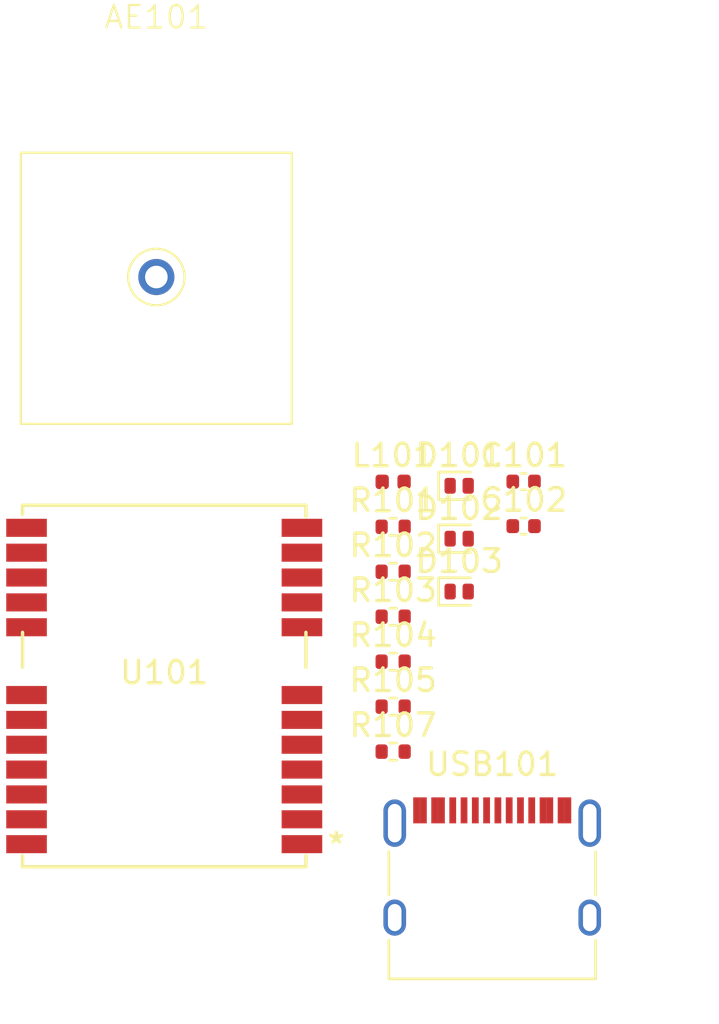
<source format=kicad_pcb>
(kicad_pcb (version 20240108) (generator "pcbnew") (generator_version "8.0")
  (layers (0 "F.Cu" signal) (31 "B.Cu" signal) (34 "B.Paste" user) (35 "F.Paste" user) (36 "B.SilkS" user "B.Silkscreen") (37 "F.SilkS" user "F.Silkscreen") (38 "B.Mask" user) (39 "F.Mask" user) (44 "Edge.Cuts" user))
  (net 0 "")
  (net 1 "GND")
  (net 2 "Net-(C101-Pad1)")
  (net 3 "3V3")
  (net 4 "Net-(D101-A2)")
  (net 5 "/USB_D+")
  (net 6 "/USB_D-")
  (net 7 "GPS_ANT1")
  (net 8 "Net-(USB101-CC1)")
  (net 9 "Net-(USB101-CC2)")
  (net 10 "Net-(U101-RXD_{slash}_SPI_MOSI)")
  (net 11 "GPSANT1")
  (net 12 "Net-(U101-TXD_{slash}_SPI_MISO)")
  (net 13 "/RX")
  (net 14 "VCC_RF")
  (net 26 "/TX")
  (net 27 "/+BATT")
  (net 28 "/TIMEPULSE")
  (net 29 "/RESET")
  (net 30 "VCCRF")
  (footprint "Resistor_SMD:R_0402_1005Metric" (layer "F.Cu") (at 157.89 67.155)
    (property "Reference" "R101" (at 0 -1.17 0) (layer "F.SilkS"))
    (property "Value" "5.1k")
    (fp_line (start -0.153641 -0.38) (end 0.153641 -0.38) (stroke (width 0.12)) (layer "F.SilkS"))
    (fp_line (start -0.153641 0.38) (end 0.153641 0.38) (stroke (width 0.12)) (layer "F.SilkS"))
    (pad "1" smd roundrect (at -0.51 0) (size 0.54 0.64) (layers "F.Cu" "F.Paste" "F.Mask") (net 8 "Net-(USB101-CC1)"))
    (pad "2" smd roundrect (at 0.51 0) (size 0.54 0.64) (layers "F.Cu" "F.Paste" "F.Mask") (net 1 "GND"))
  )
  (footprint "Resistor_SMD:R_0402_1005Metric" (layer "F.Cu") (at 157.89 73.125)
    (property "Reference" "R104" (at 0 -1.17 0) (layer "F.SilkS"))
    (property "Value" "33")
    (fp_line (start -0.153641 -0.38) (end 0.153641 -0.38) (stroke (width 0.12)) (layer "F.SilkS"))
    (fp_line (start -0.153641 0.38) (end 0.153641 0.38) (stroke (width 0.12)) (layer "F.SilkS"))
    (pad "1" smd roundrect (at -0.51 0) (size 0.54 0.64) (layers "F.Cu" "F.Paste" "F.Mask") (net 26 "/TX"))
    (pad "2" smd roundrect (at 0.51 0) (size 0.54 0.64) (layers "F.Cu" "F.Paste" "F.Mask") (net 12 "Net-(U101-TXD_{slash}_SPI_MISO)"))
  )
  (footprint "Resistor_SMD:R_0402_1005Metric" (layer "F.Cu") (at 157.89 71.135)
    (property "Reference" "R103" (at 0 -1.17 0) (layer "F.SilkS"))
    (property "Value" "33")
    (fp_line (start -0.153641 -0.38) (end 0.153641 -0.38) (stroke (width 0.12)) (layer "F.SilkS"))
    (fp_line (start -0.153641 0.38) (end 0.153641 0.38) (stroke (width 0.12)) (layer "F.SilkS"))
    (pad "1" smd roundrect (at -0.51 0) (size 0.54 0.64) (layers "F.Cu" "F.Paste" "F.Mask") (net 13 "/RX"))
    (pad "2" smd roundrect (at 0.51 0) (size 0.54 0.64) (layers "F.Cu" "F.Paste" "F.Mask") (net 10 "Net-(U101-RXD_{slash}_SPI_MOSI)"))
  )
  (footprint "Diode_SMD:D_SOD-882D" (layer "F.Cu") (at 160.815 67.68)
    (property "Reference" "D102" (at 0 -1.35 0) (layer "F.SilkS"))
    (property "Value" "5V")
    (fp_line (start -0.91 -0.61) (end -0.91 0.61) (stroke (width 0.12)) (layer "F.SilkS"))
    (fp_line (start -0.91 -0.61) (end 0.5 -0.61) (stroke (width 0.12)) (layer "F.SilkS"))
    (fp_line (start -0.91 0.61) (end 0.5 0.61) (stroke (width 0.12)) (layer "F.SilkS"))
    (pad "1" smd roundrect (at -0.4 0) (size 0.5 0.7) (layers "F.Cu" "F.Mask") (net 1 "GND"))
    (pad "2" smd roundrect (at 0.4 0) (size 0.5 0.7) (layers "F.Cu" "F.Mask") (net 5 "/USB_D+"))
  )
  (footprint "Resistor_SMD:R_0402_1005Metric" (layer "F.Cu") (at 157.89 69.145)
    (property "Reference" "R102" (at 0 -1.17 0) (layer "F.SilkS"))
    (property "Value" "5.1k")
    (fp_line (start -0.153641 -0.38) (end 0.153641 -0.38) (stroke (width 0.12)) (layer "F.SilkS"))
    (fp_line (start -0.153641 0.38) (end 0.153641 0.38) (stroke (width 0.12)) (layer "F.SilkS"))
    (pad "1" smd roundrect (at -0.51 0) (size 0.54 0.64) (layers "F.Cu" "F.Paste" "F.Mask") (net 9 "Net-(USB101-CC2)"))
    (pad "2" smd roundrect (at 0.51 0) (size 0.54 0.64) (layers "F.Cu" "F.Paste" "F.Mask") (net 1 "GND"))
  )
  (footprint "Resistor_SMD:R_0402_1005Metric" (layer "F.Cu") (at 157.89 77.105)
    (property "Reference" "R107" (at 0 -1.17 0) (layer "F.SilkS"))
    (property "Value" "10")
    (fp_line (start -0.153641 -0.38) (end 0.153641 -0.38) (stroke (width 0.12)) (layer "F.SilkS"))
    (fp_line (start -0.153641 0.38) (end 0.153641 0.38) (stroke (width 0.12)) (layer "F.SilkS"))
    (pad "1" smd roundrect (at -0.51 0) (size 0.54 0.64) (layers "F.Cu" "F.Paste" "F.Mask") (net 14 "VCC_RF"))
    (pad "2" smd roundrect (at 0.51 0) (size 0.54 0.64) (layers "F.Cu" "F.Paste" "F.Mask") (net 2 "Net-(C101-Pad1)"))
  )
  (footprint "Capacitor_SMD:C_0402_1005Metric" (layer "F.Cu") (at 163.67 67.125)
    (property "Reference" "C102" (at 0 -1.16 0) (layer "F.SilkS"))
    (property "Value" "100nF")
    (fp_line (start -0.107836 -0.36) (end 0.107836 -0.36) (stroke (width 0.12)) (layer "F.SilkS"))
    (fp_line (start -0.107836 0.36) (end 0.107836 0.36) (stroke (width 0.12)) (layer "F.SilkS"))
    (pad "1" smd roundrect (at -0.48 0) (size 0.56 0.62) (layers "F.Cu" "F.Paste" "F.Mask") (net 1 "GND"))
    (pad "2" smd roundrect (at 0.48 0) (size 0.56 0.62) (layers "F.Cu" "F.Paste" "F.Mask") (net 3 "3V3"))
  )
  (footprint "Capacitor_SMD:C_0402_1005Metric" (layer "F.Cu") (at 163.67 65.155)
    (property "Reference" "C101" (at 0 -1.16 0) (layer "F.SilkS"))
    (property "Value" "100nF")
    (fp_line (start -0.107836 -0.36) (end 0.107836 -0.36) (stroke (width 0.12)) (layer "F.SilkS"))
    (fp_line (start -0.107836 0.36) (end 0.107836 0.36) (stroke (width 0.12)) (layer "F.SilkS"))
    (pad "1" smd roundrect (at -0.48 0) (size 0.56 0.62) (layers "F.Cu" "F.Paste" "F.Mask") (net 2 "Net-(C101-Pad1)"))
    (pad "2" smd roundrect (at 0.48 0) (size 0.56 0.62) (layers "F.Cu" "F.Paste" "F.Mask") (net 1 "GND"))
  )
  (footprint "Inductor_SMD:L_0402_1005Metric" (layer "F.Cu") (at 157.89 65.165)
    (property "Reference" "L101" (at 0 -1.17 0) (layer "F.SilkS"))
    (property "Value" "27nH, 300mA")
    (pad "1" smd roundrect (at -0.485 0) (size 0.59 0.64) (layers "F.Cu" "F.Paste" "F.Mask") (net 7 "GPS_ANT1"))
    (pad "2" smd roundrect (at 0.485 0) (size 0.59 0.64) (layers "F.Cu" "F.Paste" "F.Mask") (net 2 "Net-(C101-Pad1)"))
  )
  (footprint "Diode_SMD:D_SOD-882D" (layer "F.Cu") (at 160.815 65.34)
    (property "Reference" "D101" (at 0 -1.35 0) (layer "F.SilkS"))
    (property "Value" "5V")
    (fp_line (start -0.91 -0.61) (end -0.91 0.61) (stroke (width 0.12)) (layer "F.SilkS"))
    (fp_line (start -0.91 -0.61) (end 0.5 -0.61) (stroke (width 0.12)) (layer "F.SilkS"))
    (fp_line (start -0.91 0.61) (end 0.5 0.61) (stroke (width 0.12)) (layer "F.SilkS"))
    (pad "1" smd roundrect (at -0.4 0) (size 0.5 0.7) (layers "F.Cu" "F.Mask") (net 1 "GND"))
    (pad "2" smd roundrect (at 0.4 0) (size 0.5 0.7) (layers "F.Cu" "F.Mask") (net 4 "Net-(D101-A2)"))
  )
  (footprint "Connector_USB:USB_C_Receptacle_XKB_U262-16XN-4BVC11" (layer "F.Cu") (at 162.28 83.375)
    (property "Reference" "USB101" (at 0 -5.715 0) (layer "F.SilkS"))
    (property "Value" "USB_C_Receptacle_USB2.0")
    (fp_line (start -4.58 -1.85) (end -4.58 0.07) (stroke (width 0.12)) (layer "F.SilkS"))
    (fp_line (start -4.58 3.785) (end -4.58 2.08) (stroke (width 0.12)) (layer "F.SilkS"))
    (fp_line (start 4.58 0.07) (end 4.58 -1.85) (stroke (width 0.12)) (layer "F.SilkS"))
    (fp_line (start 4.58 2.08) (end 4.58 3.785) (stroke (width 0.12)) (layer "F.SilkS"))
    (fp_line (start 4.58 3.785) (end -4.58 3.785) (stroke (width 0.12)) (layer "F.SilkS"))
    (pad "" np_thru_hole circle (at -2.89 -2.605) (size 0.65 0.65) (drill 0.65) (layers "*.Cu" "*.Mask"))
    (pad "" np_thru_hole circle (at 2.89 -2.605) (size 0.65 0.65) (drill 0.65) (layers "*.Cu" "*.Mask"))
    (pad "A1" smd rect (at -3.35 -3.67) (size 0.3 1.15) (layers "F.Cu" "F.Paste" "F.Mask") (net 1 "GND"))
    (pad "A4" smd rect (at -2.55 -3.67) (size 0.3 1.15) (layers "F.Cu" "F.Paste" "F.Mask") (net 4 "Net-(D101-A2)"))
    (pad "A5" smd rect (at -1.25 -3.67) (size 0.3 1.15) (layers "F.Cu" "F.Paste" "F.Mask") (net 8 "Net-(USB101-CC1)"))
    (pad "A6" smd rect (at -0.25 -3.67) (size 0.3 1.15) (layers "F.Cu" "F.Paste" "F.Mask") (net 5 "/USB_D+"))
    (pad "A7" smd rect (at 0.25 -3.67) (size 0.3 1.15) (layers "F.Cu" "F.Paste" "F.Mask") (net 6 "/USB_D-"))
    (pad "A8" smd rect (at 1.25 -3.67) (size 0.3 1.15) (layers "F.Cu" "F.Paste" "F.Mask"))
    (pad "A9" smd rect (at 2.55 -3.67) (size 0.3 1.15) (layers "F.Cu" "F.Paste" "F.Mask") (net 4 "Net-(D101-A2)"))
    (pad "A12" smd rect (at 3.35 -3.67) (size 0.3 1.15) (layers "F.Cu" "F.Paste" "F.Mask") (net 1 "GND"))
    (pad "B1" smd rect (at 3.05 -3.67) (size 0.3 1.15) (layers "F.Cu" "F.Paste" "F.Mask") (net 1 "GND"))
    (pad "B4" smd rect (at 2.25 -3.67) (size 0.3 1.15) (layers "F.Cu" "F.Paste" "F.Mask") (net 4 "Net-(D101-A2)"))
    (pad "B5" smd rect (at 1.75 -3.67) (size 0.3 1.15) (layers "F.Cu" "F.Paste" "F.Mask") (net 9 "Net-(USB101-CC2)"))
    (pad "B6" smd rect (at 0.75 -3.67) (size 0.3 1.15) (layers "F.Cu" "F.Paste" "F.Mask") (net 5 "/USB_D+"))
    (pad "B7" smd rect (at -0.75 -3.67) (size 0.3 1.15) (layers "F.Cu" "F.Paste" "F.Mask") (net 6 "/USB_D-"))
    (pad "B8" smd rect (at -1.75 -3.67) (size 0.3 1.15) (layers "F.Cu" "F.Paste" "F.Mask"))
    (pad "B9" smd rect (at -2.25 -3.67) (size 0.3 1.15) (layers "F.Cu" "F.Paste" "F.Mask") (net 4 "Net-(D101-A2)"))
    (pad "B12" smd rect (at -3.05 -3.67) (size 0.3 1.15) (layers "F.Cu" "F.Paste" "F.Mask") (net 1 "GND"))
    (pad "S1" thru_hole oval (at -4.32 -3.105) (size 1 2.1) (drill oval 0.6 1.7) (layers "*.Cu" "*.Mask") (net 1 "GND"))
    (pad "S1" thru_hole oval (at -4.32 1.075) (size 1 1.6) (drill oval 0.6 1.2) (layers "*.Cu" "*.Mask") (net 1 "GND"))
    (pad "S1" thru_hole oval (at 4.32 -3.105) (size 1 2.1) (drill oval 0.6 1.7) (layers "*.Cu" "*.Mask") (net 1 "GND"))
    (pad "S1" thru_hole oval (at 4.32 1.075) (size 1 1.6) (drill oval 0.6 1.2) (layers "*.Cu" "*.Mask") (net 1 "GND"))
  )
  (footprint "WOBCLibrary:ATGM332D-5N31" (layer "F.Cu") (at 147.75 73.6)
    (property "Reference" "U101" (at 0 0 0) (layer "F.SilkS"))
    (property "Value" "NEO-M9N-00B")
    (fp_line (start -6.277001 -6.99364) (end -6.277001 -7.4) (stroke (width 0.1524)) (layer "F.SilkS"))
    (fp_line (start -6.277001 -1.77356) (end -6.277001 -0.226438) (stroke (width 0.1524)) (layer "F.SilkS"))
    (fp_line (start -6.277001 8.1) (end -6.277001 8.60636) (stroke (width 0.1524)) (layer "F.SilkS"))
    (fp_line (start -6.277001 8.6) (end 6.277001 8.6) (stroke (width 0.1524)) (layer "F.SilkS"))
    (fp_line (start 6.277001 -7.4) (end -6.277001 -7.4) (stroke (width 0.1524)) (layer "F.SilkS"))
    (fp_line (start 6.277001 -6.89682) (end 6.277001 -7.4) (stroke (width 0.1524)) (layer "F.SilkS"))
    (fp_line (start 6.277001 -0.226441) (end 6.277001 -1.77356) (stroke (width 0.1524)) (layer "F.SilkS"))
    (fp_line (start 6.277001 8.60318) (end 6.277001 8.1) (stroke (width 0.1524)) (layer "F.SilkS"))
    (fp_text user "*" (at 7.62 7.62 0) (layer "F.SilkS"))
    (fp_text user "*" (at 7.62 7.62 0) (layer "F.SilkS"))
    (pad "1" smd rect (at 6.1 7.6) (size 1.8 0.8) (layers "F.Cu" "F.Paste" "F.Mask"))
    (pad "2" smd rect (at 6.1 6.5) (size 1.8 0.8) (layers "F.Cu" "F.Paste" "F.Mask"))
    (pad "3" smd rect (at 6.1 5.4) (size 1.8 0.8) (layers "F.Cu" "F.Paste" "F.Mask") (net 28 "/TIMEPULSE"))
    (pad "4" smd rect (at 6.1 4.3) (size 1.8 0.8) (layers "F.Cu" "F.Paste" "F.Mask"))
    (pad "5" smd rect (at 6.1 3.2) (size 1.8 0.8) (layers "F.Cu" "F.Paste" "F.Mask") (net 6 "/USB_D-"))
    (pad "6" smd rect (at 6.1 2.1) (size 1.8 0.8) (layers "F.Cu" "F.Paste" "F.Mask") (net 5 "/USB_D+"))
    (pad "7" smd rect (at 6.1 1) (size 1.8 0.8) (layers "F.Cu" "F.Paste" "F.Mask") (net 3 "3V3"))
    (pad "8" smd rect (at 6.1 -2) (size 1.8 0.8) (layers "F.Cu" "F.Paste" "F.Mask") (net 29 "/RESET"))
    (pad "9" smd rect (at 6.1 -3.1) (size 1.8 0.8) (layers "F.Cu" "F.Paste" "F.Mask") (net 30 "VCCRF"))
    (pad "10" smd rect (at 6.1 -4.2) (size 1.8 0.8) (layers "F.Cu" "F.Paste" "F.Mask") (net 1 "GND"))
    (pad "11" smd rect (at 6.1 -5.3) (size 1.8 0.8) (layers "F.Cu" "F.Paste" "F.Mask") (net 11 "GPSANT1"))
    (pad "12" smd rect (at 6.1 -6.4) (size 1.8 0.8) (layers "F.Cu" "F.Paste" "F.Mask") (net 1 "GND"))
    (pad "13" smd rect (at -6.1 -6.4) (size 1.8 0.8) (layers "F.Cu" "F.Paste" "F.Mask") (net 1 "GND"))
    (pad "14" smd rect (at -6.1 -5.3) (size 1.8 0.8) (layers "F.Cu" "F.Paste" "F.Mask"))
    (pad "15" smd rect (at -6.1 -4.2) (size 1.8 0.8) (layers "F.Cu" "F.Paste" "F.Mask"))
    (pad "16" smd rect (at -6.1 -3.1) (size 1.8 0.8) (layers "F.Cu" "F.Paste" "F.Mask"))
    (pad "17" smd rect (at -6.1 -2) (size 1.8 0.8) (layers "F.Cu" "F.Paste" "F.Mask"))
    (pad "18" smd rect (at -6.1 1) (size 1.8 0.8) (layers "F.Cu" "F.Paste" "F.Mask"))
    (pad "19" smd rect (at -6.1 2.1) (size 1.8 0.8) (layers "F.Cu" "F.Paste" "F.Mask"))
    (pad "20" smd rect (at -6.1 3.2) (size 1.8 0.8) (layers "F.Cu" "F.Paste" "F.Mask") (net 12 "Net-(U101-TXD_{slash}_SPI_MISO)"))
    (pad "21" smd rect (at -6.1 4.3) (size 1.8 0.8) (layers "F.Cu" "F.Paste" "F.Mask") (net 10 "Net-(U101-RXD_{slash}_SPI_MOSI)"))
    (pad "22" smd rect (at -6.1 5.4) (size 1.8 0.8) (layers "F.Cu" "F.Paste" "F.Mask") (net 27 "/+BATT"))
    (pad "23" smd rect (at -6.1 6.5) (size 1.8 0.8) (layers "F.Cu" "F.Paste" "F.Mask") (net 3 "3V3"))
    (pad "24" smd rect (at -6.1 7.6) (size 1.8 0.8) (layers "F.Cu" "F.Paste" "F.Mask") (net 1 "GND"))
  )
  (footprint "Diode_SMD:D_SOD-882D" (layer "F.Cu") (at 160.815 70.02)
    (property "Reference" "D103" (at 0 -1.35 0) (layer "F.SilkS"))
    (property "Value" "5V")
    (fp_line (start -0.91 -0.61) (end -0.91 0.61) (stroke (width 0.12)) (layer "F.SilkS"))
    (fp_line (start -0.91 -0.61) (end 0.5 -0.61) (stroke (width 0.12)) (layer "F.SilkS"))
    (fp_line (start -0.91 0.61) (end 0.5 0.61) (stroke (width 0.12)) (layer "F.SilkS"))
    (pad "1" smd roundrect (at -0.4 0) (size 0.5 0.7) (layers "F.Cu" "F.Mask") (net 1 "GND"))
    (pad "2" smd roundrect (at 0.4 0) (size 0.5 0.7) (layers "F.Cu" "F.Mask") (net 6 "/USB_D-"))
  )
  (footprint "Resistor_SMD:R_0402_1005Metric" (layer "F.Cu") (at 157.89 75.115)
    (property "Reference" "R105" (at 0 -1.17 0) (layer "F.SilkS"))
    (property "Value" "100K")
    (fp_line (start -0.153641 -0.38) (end 0.153641 -0.38) (stroke (width 0.12)) (layer "F.SilkS"))
    (fp_line (start -0.153641 0.38) (end 0.153641 0.38) (stroke (width 0.12)) (layer "F.SilkS"))
    (pad "1" smd roundrect (at -0.51 0) (size 0.54 0.64) (layers "F.Cu" "F.Paste" "F.Mask") (net 3 "3V3"))
    (pad "2" smd roundrect (at 0.51 0) (size 0.54 0.64) (layers "F.Cu" "F.Paste" "F.Mask") (net 1 "GND"))
  )
  (footprint "WOBClibrary:GNSS_Antenna_1212" (layer "F.Cu") (at 147.4 56.6)
    (property "Reference" "AE101" (at 0 -12 0) (layer "F.SilkS") (effects (font (thickness 0.1))))
    (property "Value" "Antenna")
    (fp_line (start -6 -6) (end 6 -6) (stroke (width 0.1)) (layer "F.SilkS"))
    (fp_line (start -6 6) (end -6 -6) (stroke (width 0.1)) (layer "F.SilkS"))
    (fp_line (start 6 -6) (end 6 6) (stroke (width 0.1)) (layer "F.SilkS"))
    (fp_line (start 6 6) (end -6 6) (stroke (width 0.1)) (layer "F.SilkS"))
    (fp_circle (center 0 -0.5) (end 1.25 -0.5) (stroke (width 0.1)) (fill none) (layer "F.SilkS"))
    (pad "1" thru_hole circle (at 0 -0.5) (size 1.6 1.6) (drill 1) (layers "*.Cu" "*.Mask") (net 11 "GPSANT1"))
  )
)
</source>
